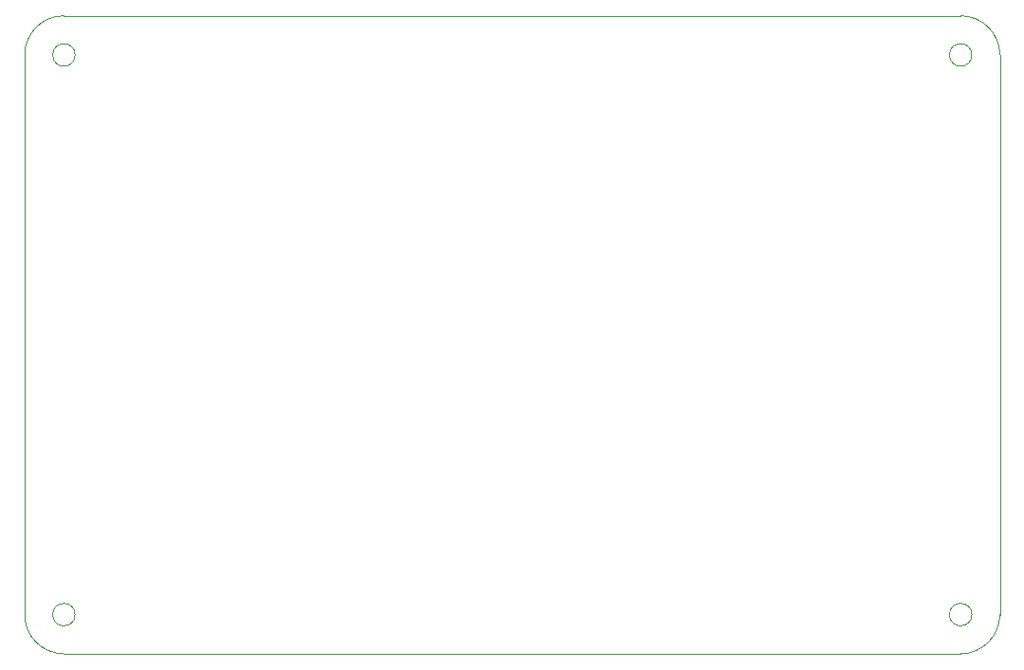
<source format=gbr>
G04 #@! TF.GenerationSoftware,KiCad,Pcbnew,(5.1.4-0-10_14)*
G04 #@! TF.CreationDate,2020-05-04T21:58:41+12:00*
G04 #@! TF.ProjectId,Robotic hand v2,526f626f-7469-4632-9068-616e64207632,rev?*
G04 #@! TF.SameCoordinates,Original*
G04 #@! TF.FileFunction,Profile,NP*
%FSLAX46Y46*%
G04 Gerber Fmt 4.6, Leading zero omitted, Abs format (unit mm)*
G04 Created by KiCad (PCBNEW (5.1.4-0-10_14)) date 2020-05-04 21:58:41*
%MOMM*%
%LPD*%
G04 APERTURE LIST*
%ADD10C,0.050000*%
G04 APERTURE END LIST*
D10*
X96800000Y-74700000D02*
G75*
G02X100300000Y-71200000I3500000J0D01*
G01*
X100300000Y-128200000D02*
G75*
G02X96800000Y-124700000I0J3500000D01*
G01*
X183800000Y-124700000D02*
G75*
G02X180300000Y-128200000I-3500000J0D01*
G01*
X180300000Y-71200000D02*
G75*
G02X183800000Y-74700000I0J-3500000D01*
G01*
X101300000Y-124700000D02*
G75*
G03X101300000Y-124700000I-1000000J0D01*
G01*
X181300000Y-74700000D02*
G75*
G03X181300000Y-74700000I-1000000J0D01*
G01*
X181300000Y-124700000D02*
G75*
G03X181300000Y-124700000I-1000000J0D01*
G01*
X101300000Y-74700000D02*
G75*
G03X101300000Y-74700000I-1000000J0D01*
G01*
X183800000Y-124700000D02*
X183800000Y-74700000D01*
X100300000Y-128200000D02*
X180300000Y-128200000D01*
X96800000Y-74700000D02*
X96800000Y-124700000D01*
X100300000Y-71200000D02*
X180300000Y-71200000D01*
M02*

</source>
